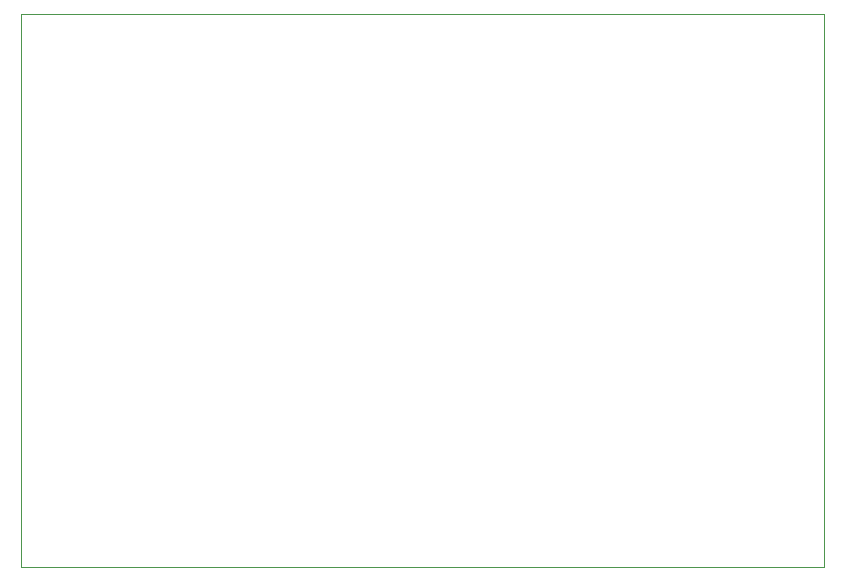
<source format=gbr>
%TF.GenerationSoftware,KiCad,Pcbnew,7.0.9-7.0.9~ubuntu20.04.1*%
%TF.CreationDate,2023-12-26T19:53:29+01:00*%
%TF.ProjectId,6803_Addon,36383033-5f41-4646-946f-6e2e6b696361,rev?*%
%TF.SameCoordinates,Original*%
%TF.FileFunction,Profile,NP*%
%FSLAX46Y46*%
G04 Gerber Fmt 4.6, Leading zero omitted, Abs format (unit mm)*
G04 Created by KiCad (PCBNEW 7.0.9-7.0.9~ubuntu20.04.1) date 2023-12-26 19:53:29*
%MOMM*%
%LPD*%
G01*
G04 APERTURE LIST*
%TA.AperFunction,Profile*%
%ADD10C,0.100000*%
%TD*%
G04 APERTURE END LIST*
D10*
X160000000Y-31000000D02*
X228000000Y-31000000D01*
X228000000Y-77762000D01*
X160000000Y-77762000D01*
X160000000Y-31000000D01*
M02*

</source>
